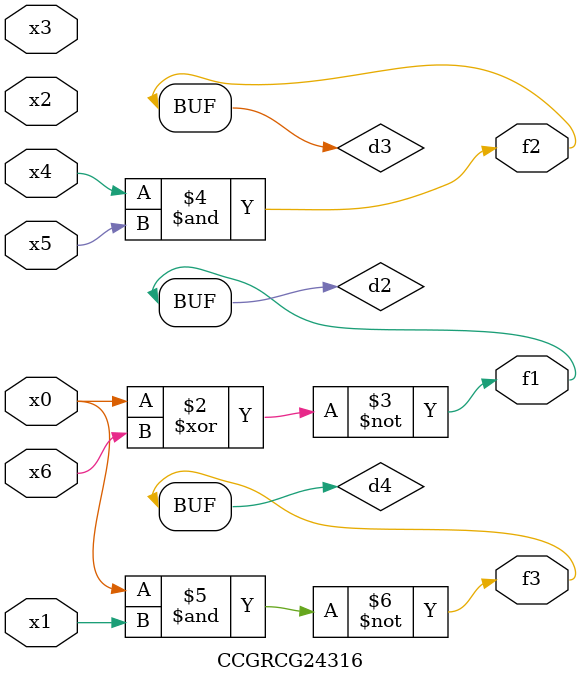
<source format=v>
module CCGRCG24316(
	input x0, x1, x2, x3, x4, x5, x6,
	output f1, f2, f3
);

	wire d1, d2, d3, d4;

	nor (d1, x0);
	xnor (d2, x0, x6);
	and (d3, x4, x5);
	nand (d4, x0, x1);
	assign f1 = d2;
	assign f2 = d3;
	assign f3 = d4;
endmodule

</source>
